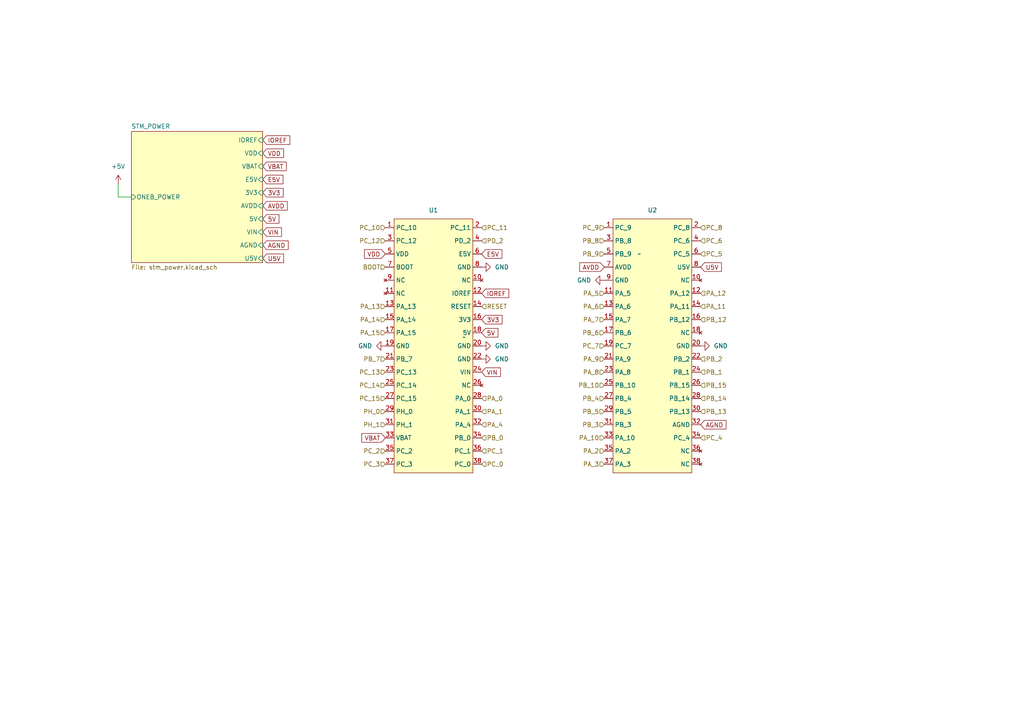
<source format=kicad_sch>
(kicad_sch (version 20230121) (generator eeschema)
  (paper "A4")
  (lib_symbols
    (symbol "ONEB_LIB:NucleoBoard446RZ_LEFT"
      (property "Reference" "U" (at 0 36.83 0))
      (symbol "NucleoBoard446RZ_LEFT_0_1"
        (rectangle (start -11.43 34.29) (end 11.43 -39.37) (stroke (width 0) (color 132 0 0 1)) (fill (type background)))
      )
      (symbol "NucleoBoard446RZ_LEFT_1_1"
        (pin bidirectional line (at -13.97 31.75 0) (length 2.54) (name "PC_10") (number "1"))
        (pin no_connect line (at 13.97 16.51 180) (length 2.54) (name "NC") (number "10"))
        (pin no_connect line (at -13.97 12.7 0) (length 2.54) (name "NC") (number "11"))
        (pin power_in line (at 13.97 12.7 180) (length 2.54) (name "IOREF") (number "12"))
        (pin bidirectional line (at -13.97 8.89 0) (length 2.54) (name "PA_13") (number "13"))
        (pin input line (at 13.97 8.89 180) (length 2.54) (name "RESET") (number "14"))
        (pin bidirectional line (at -13.97 5.08 0) (length 2.54) (name "PA_14") (number "15"))
        (pin power_in line (at 13.97 5.08 180) (length 2.54) (name "3V3") (number "16"))
        (pin bidirectional line (at -13.97 1.27 0) (length 2.54) (name "PA_15") (number "17"))
        (pin power_in line (at 13.97 1.27 180) (length 2.54) (name "5V") (number "18"))
        (pin power_in line (at -13.97 -2.54 0) (length 2.54) (name "GND") (number "19"))
        (pin bidirectional line (at 13.97 31.75 180) (length 2.54) (name "PC_11") (number "2"))
        (pin power_in line (at 13.97 -2.54 180) (length 2.54) (name "GND") (number "20"))
        (pin bidirectional line (at -13.97 -6.35 0) (length 2.54) (name "PB_7") (number "21"))
        (pin power_in line (at 13.97 -6.35 180) (length 2.54) (name "GND") (number "22"))
        (pin bidirectional line (at -13.97 -10.16 0) (length 2.54) (name "PC_13") (number "23"))
        (pin power_in line (at 13.97 -10.16 180) (length 2.54) (name "VIN") (number "24"))
        (pin bidirectional line (at -13.97 -13.97 0) (length 2.54) (name "PC_14") (number "25"))
        (pin no_connect line (at 13.97 -13.97 180) (length 2.54) (name "NC") (number "26"))
        (pin bidirectional line (at -13.97 -17.78 0) (length 2.54) (name "PC_15") (number "27"))
        (pin bidirectional line (at 13.97 -17.78 180) (length 2.54) (name "PA_0") (number "28"))
        (pin bidirectional line (at -13.97 -21.59 0) (length 2.54) (name "PH_0") (number "29"))
        (pin bidirectional line (at -13.97 27.94 0) (length 2.54) (name "PC_12") (number "3"))
        (pin bidirectional line (at 13.97 -21.59 180) (length 2.54) (name "PA_1") (number "30"))
        (pin bidirectional line (at -13.97 -25.4 0) (length 2.54) (name "PH_1") (number "31"))
        (pin bidirectional line (at 13.97 -25.4 180) (length 2.54) (name "PA_4") (number "32"))
        (pin power_in line (at -13.97 -29.21 0) (length 2.54) (name "VBAT") (number "33"))
        (pin bidirectional line (at 13.97 -29.21 180) (length 2.54) (name "PB_0") (number "34"))
        (pin bidirectional line (at -13.97 -33.02 0) (length 2.54) (name "PC_2") (number "35"))
        (pin bidirectional line (at 13.97 -33.02 180) (length 2.54) (name "PC_1") (number "36"))
        (pin bidirectional line (at -13.97 -36.83 0) (length 2.54) (name "PC_3") (number "37"))
        (pin bidirectional line (at 13.97 -36.83 180) (length 2.54) (name "PC_0") (number "38"))
        (pin bidirectional line (at 13.97 27.94 180) (length 2.54) (name "PD_2") (number "4"))
        (pin power_in line (at -13.97 24.13 0) (length 2.54) (name "VDD") (number "5"))
        (pin power_in line (at 13.97 24.13 180) (length 2.54) (name "E5V") (number "6"))
        (pin output line (at -13.97 20.32 0) (length 2.54) (name "BOOT") (number "7"))
        (pin power_in line (at 13.97 20.32 180) (length 2.54) (name "GND") (number "8"))
        (pin no_connect line (at -13.97 16.51 0) (length 2.54) (name "NC") (number "9"))
      )
    )
    (symbol "ONEB_LIB:NucleoBoard446RZ_RIGHT"
      (property "Reference" "U" (at 0 38.1 0))
      (symbol "NucleoBoard446RZ_RIGHT_0_1"
        (rectangle (start -11.43 34.29) (end 11.43 -39.37) (stroke (width 0) (color 132 0 0 1)) (fill (type background)))
      )
      (symbol "NucleoBoard446RZ_RIGHT_1_1"
        (pin bidirectional line (at -13.97 31.75 0) (length 2.54) (name "PC_9") (number "1"))
        (pin no_connect line (at 13.97 16.51 180) (length 2.54) (name "NC") (number "10"))
        (pin bidirectional line (at -13.97 12.7 0) (length 2.54) (name "PA_5") (number "11"))
        (pin bidirectional line (at 13.97 12.7 180) (length 2.54) (name "PA_12") (number "12"))
        (pin bidirectional line (at -13.97 8.89 0) (length 2.54) (name "PA_6") (number "13"))
        (pin bidirectional line (at 13.97 8.89 180) (length 2.54) (name "PA_11") (number "14"))
        (pin bidirectional line (at -13.97 5.08 0) (length 2.54) (name "PA_7") (number "15"))
        (pin bidirectional line (at 13.97 5.08 180) (length 2.54) (name "PB_12") (number "16"))
        (pin bidirectional line (at -13.97 1.27 0) (length 2.54) (name "PB_6") (number "17"))
        (pin no_connect line (at 13.97 1.27 180) (length 2.54) (name "NC") (number "18"))
        (pin bidirectional line (at -13.97 -2.54 0) (length 2.54) (name "PC_7") (number "19"))
        (pin bidirectional line (at 13.97 31.75 180) (length 2.54) (name "PC_8") (number "2"))
        (pin power_in line (at 13.97 -2.54 180) (length 2.54) (name "GND") (number "20"))
        (pin bidirectional line (at -13.97 -6.35 0) (length 2.54) (name "PA_9") (number "21"))
        (pin bidirectional line (at 13.97 -6.35 180) (length 2.54) (name "PB_2") (number "22"))
        (pin bidirectional line (at -13.97 -10.16 0) (length 2.54) (name "PA_8") (number "23"))
        (pin bidirectional line (at 13.97 -10.16 180) (length 2.54) (name "PB_1") (number "24"))
        (pin bidirectional line (at -13.97 -13.97 0) (length 2.54) (name "PB_10") (number "25"))
        (pin bidirectional line (at 13.97 -13.97 180) (length 2.54) (name "PB_15") (number "26"))
        (pin bidirectional line (at -13.97 -17.78 0) (length 2.54) (name "PB_4") (number "27"))
        (pin bidirectional line (at 13.97 -17.78 180) (length 2.54) (name "PB_14") (number "28"))
        (pin bidirectional line (at -13.97 -21.59 0) (length 2.54) (name "PB_5") (number "29"))
        (pin bidirectional line (at -13.97 27.94 0) (length 2.54) (name "PB_8") (number "3"))
        (pin bidirectional line (at 13.97 -21.59 180) (length 2.54) (name "PB_13") (number "30"))
        (pin bidirectional line (at -13.97 -25.4 0) (length 2.54) (name "PB_3") (number "31"))
        (pin power_in line (at 13.97 -25.4 180) (length 2.54) (name "AGND") (number "32"))
        (pin bidirectional line (at -13.97 -29.21 0) (length 2.54) (name "PA_10") (number "33"))
        (pin bidirectional line (at 13.97 -29.21 180) (length 2.54) (name "PC_4") (number "34"))
        (pin bidirectional line (at -13.97 -33.02 0) (length 2.54) (name "PA_2") (number "35"))
        (pin no_connect line (at 13.97 -33.02 180) (length 2.54) (name "NC") (number "36"))
        (pin bidirectional line (at -13.97 -36.83 0) (length 2.54) (name "PA_3") (number "37"))
        (pin no_connect line (at 13.97 -36.83 180) (length 2.54) (name "NC") (number "38"))
        (pin bidirectional line (at 13.97 27.94 180) (length 2.54) (name "PC_6") (number "4"))
        (pin bidirectional line (at -13.97 24.13 0) (length 2.54) (name "PB_9") (number "5"))
        (pin bidirectional line (at 13.97 24.13 180) (length 2.54) (name "PC_5") (number "6"))
        (pin power_in line (at -13.97 20.32 0) (length 2.54) (name "AVDD") (number "7"))
        (pin power_in line (at 13.97 20.32 180) (length 2.54) (name "U5V") (number "8"))
        (pin power_in line (at -13.97 16.51 0) (length 2.54) (name "GND") (number "9"))
      )
    )
    (symbol "power:+5V" (power) (pin_names (offset 0))
      (property "Value" "+5V" (at 0 3.556 0))
      (symbol "+5V_0_1"
        (polyline (pts (xy -0.762 1.27) (xy 0 2.54)))
        (polyline (pts (xy 0 0) (xy 0 2.54)))
        (polyline (pts (xy 0 2.54) (xy 0.762 1.27)))
      )
      (symbol "+5V_1_1"
        (pin power_in line (at 0 0 90) (length 0) hide (name "+5V") (number "1"))
      )
    )
    (symbol "power:GND" (power) (pin_names (offset 0))
      (property "Value" "GND" (at 0 -3.81 0))
      (symbol "GND_0_1"
        (polyline (pts (xy 0 0) (xy 0 -1.27) (xy 1.27 -1.27) (xy 0 -2.54) (xy -1.27 -1.27) (xy 0 -1.27)))
      )
      (symbol "GND_1_1"
        (pin power_in line (at 0 0 270) (length 0) hide (name "GND") (number "1"))
      )
    )
  )
  (wire (pts (xy 34.29 57.15) (xy 34.29 53.34)))
  (wire (pts (xy 38.1 57.15) (xy 34.29 57.15)))
  (global_label "VDD" (shape input) (at 111.76 73.66 180) (property "Intersheetrefs" "${INTERSHEET_REFS}" (effects hide)))
  (global_label "VBAT" (shape input) (at 111.76 127 180) (property "Intersheetrefs" "${INTERSHEET_REFS}" (effects hide)))
  (global_label "5V" (shape input) (at 76.2 63.5 0) (property "Intersheetrefs" "${INTERSHEET_REFS}" (effects hide)))
  (global_label "U5V" (shape input) (at 203.2 77.47 0) (property "Intersheetrefs" "${INTERSHEET_REFS}" (effects hide)))
  (global_label "5V" (shape input) (at 139.7 96.52 0) (property "Intersheetrefs" "${INTERSHEET_REFS}" (effects hide)))
  (global_label "AVDD" (shape input) (at 76.2 59.69 0) (property "Intersheetrefs" "${INTERSHEET_REFS}" (effects hide)))
  (global_label "VIN" (shape input) (at 139.7 107.95 0) (property "Intersheetrefs" "${INTERSHEET_REFS}" (effects hide)))
  (global_label "3V3" (shape input) (at 139.7 92.71 0) (property "Intersheetrefs" "${INTERSHEET_REFS}" (effects hide)))
  (global_label "VIN" (shape input) (at 76.2 67.31 0) (property "Intersheetrefs" "${INTERSHEET_REFS}" (effects hide)))
  (global_label "VDD" (shape input) (at 76.2 44.45 0) (property "Intersheetrefs" "${INTERSHEET_REFS}" (effects hide)))
  (global_label "AGND" (shape input) (at 203.2 123.19 0) (property "Intersheetrefs" "${INTERSHEET_REFS}" (effects hide)))
  (global_label "E5V" (shape input) (at 139.7 73.66 0) (property "Intersheetrefs" "${INTERSHEET_REFS}" (effects hide)))
  (global_label "AVDD" (shape input) (at 175.26 77.47 180) (property "Intersheetrefs" "${INTERSHEET_REFS}" (effects hide)))
  (global_label "IOREF" (shape input) (at 76.2 40.64 0) (property "Intersheetrefs" "${INTERSHEET_REFS}" (effects hide)))
  (global_label "IOREF" (shape input) (at 139.7 85.09 0) (property "Intersheetrefs" "${INTERSHEET_REFS}" (effects hide)))
  (global_label "U5V" (shape input) (at 76.2 74.93 0) (property "Intersheetrefs" "${INTERSHEET_REFS}" (effects hide)))
  (global_label "AGND" (shape input) (at 76.2 71.12 0) (property "Intersheetrefs" "${INTERSHEET_REFS}" (effects hide)))
  (global_label "E5V" (shape input) (at 76.2 52.07 0) (property "Intersheetrefs" "${INTERSHEET_REFS}" (effects hide)))
  (global_label "VBAT" (shape input) (at 76.2 48.26 0) (property "Intersheetrefs" "${INTERSHEET_REFS}" (effects hide)))
  (global_label "3V3" (shape input) (at 76.2 55.88 0) (property "Intersheetrefs" "${INTERSHEET_REFS}" (effects hide)))
  (hierarchical_label "PA_15" (shape input) (at 111.76 96.52 180))
  (hierarchical_label "PC_13" (shape input) (at 111.76 107.95 180))
  (hierarchical_label "PC_1" (shape input) (at 139.7 130.81 0))
  (hierarchical_label "PC_10" (shape input) (at 111.76 66.04 180))
  (hierarchical_label "PA_8" (shape input) (at 175.26 107.95 180))
  (hierarchical_label "PB_4" (shape input) (at 175.26 115.57 180))
  (hierarchical_label "PB_15" (shape input) (at 203.2 111.76 0))
  (hierarchical_label "PD_2" (shape input) (at 139.7 69.85 0))
  (hierarchical_label "PB_2" (shape input) (at 203.2 104.14 0))
  (hierarchical_label "PH_0" (shape input) (at 111.76 119.38 180))
  (hierarchical_label "PB_3" (shape input) (at 175.26 123.19 180))
  (hierarchical_label "PB_14" (shape input) (at 203.2 115.57 0))
  (hierarchical_label "PH_1" (shape input) (at 111.76 123.19 180))
  (hierarchical_label "PC_14" (shape input) (at 111.76 111.76 180))
  (hierarchical_label "PC_3" (shape input) (at 111.76 134.62 180))
  (hierarchical_label "PC_4" (shape input) (at 203.2 127 0))
  (hierarchical_label "PA_7" (shape input) (at 175.26 92.71 180))
  (hierarchical_label "PB_13" (shape input) (at 203.2 119.38 0))
  (hierarchical_label "PA_0" (shape input) (at 139.7 115.57 0))
  (hierarchical_label "PB_10" (shape input) (at 175.26 111.76 180))
  (hierarchical_label "PA_13" (shape input) (at 111.76 88.9 180))
  (hierarchical_label "PA_14" (shape input) (at 111.76 92.71 180))
  (hierarchical_label "PB_7" (shape input) (at 111.76 104.14 180))
  (hierarchical_label "PB_0" (shape input) (at 139.7 127 0))
  (hierarchical_label "PC_5" (shape input) (at 203.2 73.66 0))
  (hierarchical_label "PC_6" (shape input) (at 203.2 69.85 0))
  (hierarchical_label "PA_5" (shape input) (at 175.26 85.09 180))
  (hierarchical_label "PB_5" (shape input) (at 175.26 119.38 180))
  (hierarchical_label "PC_9" (shape input) (at 175.26 66.04 180))
  (hierarchical_label "PB_8" (shape input) (at 175.26 69.85 180))
  (hierarchical_label "RESET" (shape input) (at 139.7 88.9 0))
  (hierarchical_label "PC_11" (shape input) (at 139.7 66.04 0))
  (hierarchical_label "PA_3" (shape input) (at 175.26 134.62 180))
  (hierarchical_label "PC_12" (shape input) (at 111.76 69.85 180))
  (hierarchical_label "BOOT" (shape input) (at 111.76 77.47 180))
  (hierarchical_label "PA_10" (shape input) (at 175.26 127 180))
  (hierarchical_label "PA_11" (shape input) (at 203.2 88.9 0))
  (hierarchical_label "PA_1" (shape input) (at 139.7 119.38 0))
  (hierarchical_label "PC_0" (shape input) (at 139.7 134.62 0))
  (hierarchical_label "PA_12" (shape input) (at 203.2 85.09 0))
  (hierarchical_label "PA_6" (shape input) (at 175.26 88.9 180))
  (hierarchical_label "PC_8" (shape input) (at 203.2 66.04 0))
  (hierarchical_label "PC_15" (shape input) (at 111.76 115.57 180))
  (hierarchical_label "PC_7" (shape input) (at 175.26 100.33 180))
  (hierarchical_label "PA_2" (shape input) (at 175.26 130.81 180))
  (hierarchical_label "PA_9" (shape input) (at 175.26 104.14 180))
  (hierarchical_label "PB_6" (shape input) (at 175.26 96.52 180))
  (hierarchical_label "PB_9" (shape input) (at 175.26 73.66 180))
  (hierarchical_label "PC_2" (shape input) (at 111.76 130.81 180))
  (hierarchical_label "PB_12" (shape input) (at 203.2 92.71 0))
  (hierarchical_label "PA_4" (shape input) (at 139.7 123.19 0))
  (hierarchical_label "PB_1" (shape input) (at 203.2 107.95 0))
  (symbol (lib_id "ONEB_LIB:NucleoBoard446RZ_LEFT") (at 125.73 97.79 0) (unit 1)
    (property "Reference" "U1" (at 125.73 60.96 0))
    (property "Value" "~" (at 134.62 97.79 0))
    (property "Footprint" "Connector_PinHeader_2.54mm:PinHeader_2x19_P2.54mm_Vertical" (effects hide))
  )
  (symbol (lib_id "power:GND") (at 111.76 100.33 270) (unit 1)
    (property "Reference" "#PWR05" (effects hide))
    (property "Value" "GND" (at 107.95 100.33 90) (effects (justify right)))
  )
  (symbol (lib_id "ONEB_LIB:NucleoBoard446RZ_RIGHT") (at 189.23 97.79 0) (unit 1)
    (property "Reference" "U2" (at 189.23 60.96 0))
    (property "Value" "~" (at 185.42 73.66 0))
    (property "Footprint" "Connector_PinHeader_2.54mm:PinHeader_2x19_P2.54mm_Vertical" (effects hide))
  )
  (symbol (lib_id "power:GND") (at 139.7 77.47 90) (unit 1)
    (property "Reference" "#PWR06" (effects hide))
    (property "Value" "GND" (at 143.51 77.47 90) (effects (justify right)))
  )
  (symbol (lib_id "power:GND") (at 139.7 104.14 90) (unit 1)
    (property "Reference" "#PWR03" (effects hide))
    (property "Value" "GND" (at 143.51 104.14 90) (effects (justify right)))
  )
  (symbol (lib_id "power:GND") (at 175.26 81.28 270) (unit 1)
    (property "Reference" "#PWR02" (effects hide))
    (property "Value" "GND" (at 171.45 81.28 90) (effects (justify right)))
  )
  (symbol (lib_id "power:GND") (at 139.7 100.33 90) (unit 1)
    (property "Reference" "#PWR04" (effects hide))
    (property "Value" "GND" (at 143.51 100.33 90) (effects (justify right)))
  )
  (symbol (lib_id "power:GND") (at 203.2 100.33 90) (unit 1)
    (property "Reference" "#PWR01" (effects hide))
    (property "Value" "GND" (at 207.01 100.33 90) (effects (justify right)))
  )
  (symbol (lib_id "power:+5V") (at 34.29 53.34 0) (unit 1)
    (property "Reference" "#PWR023" (effects hide))
    (property "Value" "+5V" (at 34.29 48.26 0))
  )
  (sheet (at 38.1 38.1) (size 38.1 38.1) (stroke (width 0.1524) (color 132 0 0 1)) (fill (color 255 255 194 1.0000))
    (property "Sheetname" "STM_POWER" (at 38.1 37.3884 0) (effects (justify left bottom)))
    (property "Sheetfile" "stm_power.kicad_sch" (at 38.1 76.7846 0) (effects (justify left top)))
    (pin "IOREF" input (at 76.2 40.64 0))
    (pin "VDD" input (at 76.2 44.45 0))
    (pin "VBAT" input (at 76.2 48.26 0))
    (pin "E5V" input (at 76.2 52.07 0))
    (pin "3V3" input (at 76.2 55.88 0))
    (pin "ONEB_POWER" input (at 38.1 57.15 180))
    (pin "AVDD" input (at 76.2 59.69 0))
    (pin "5V" input (at 76.2 63.5 0))
    (pin "VIN" input (at 76.2 67.31 0))
    (pin "AGND" input (at 76.2 71.12 0))
    (pin "U5V" input (at 76.2 74.93 0))
  )
)
</source>
